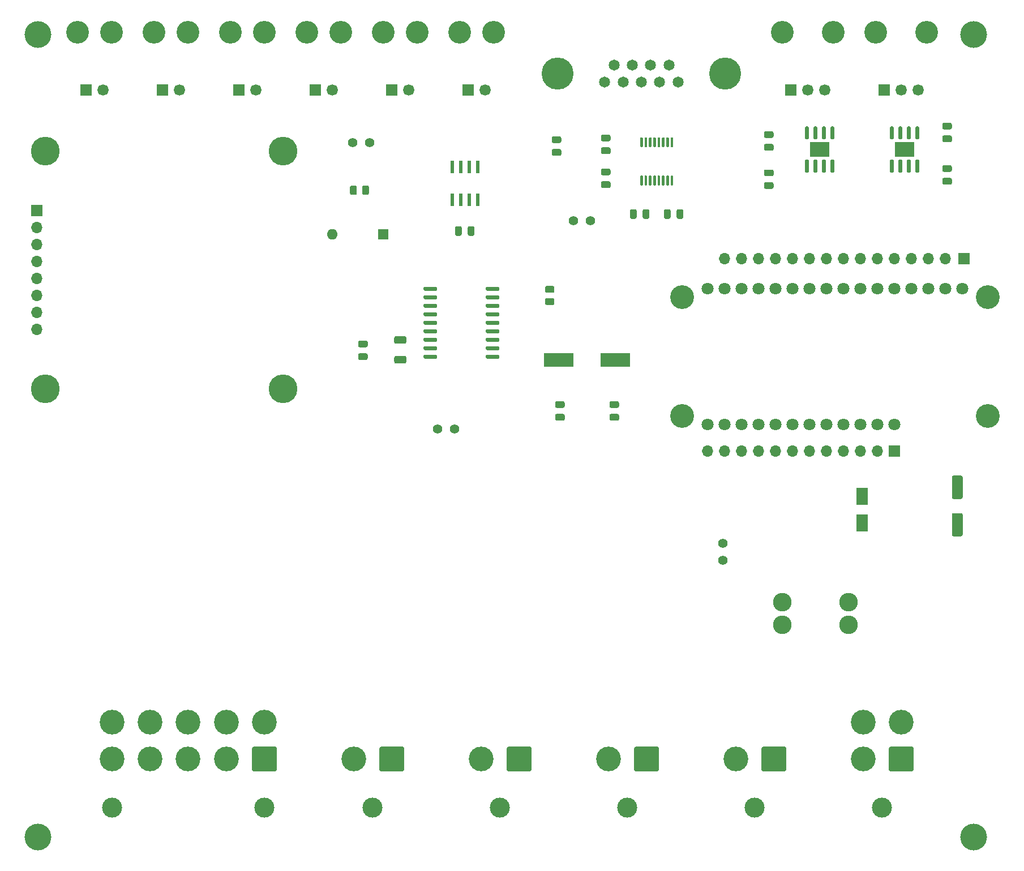
<source format=gts>
G04 #@! TF.GenerationSoftware,KiCad,Pcbnew,(5.1.9-0-10_14)*
G04 #@! TF.CreationDate,2021-03-21T13:51:25-07:00*
G04 #@! TF.ProjectId,telemetry-pcb,74656c65-6d65-4747-9279-2d7063622e6b,rev?*
G04 #@! TF.SameCoordinates,Original*
G04 #@! TF.FileFunction,Soldermask,Top*
G04 #@! TF.FilePolarity,Negative*
%FSLAX46Y46*%
G04 Gerber Fmt 4.6, Leading zero omitted, Abs format (unit mm)*
G04 Created by KiCad (PCBNEW (5.1.9-0-10_14)) date 2021-03-21 13:51:25*
%MOMM*%
%LPD*%
G01*
G04 APERTURE LIST*
%ADD10O,1.700000X1.700000*%
%ADD11R,1.700000X1.700000*%
%ADD12O,4.300000X4.300000*%
%ADD13C,4.300000*%
%ADD14O,1.600000X1.600000*%
%ADD15R,1.600000X1.600000*%
%ADD16C,1.800000*%
%ADD17C,3.556000*%
%ADD18R,4.500000X2.000000*%
%ADD19C,3.400000*%
%ADD20C,1.690000*%
%ADD21R,1.690000X1.690000*%
%ADD22C,4.800000*%
%ADD23C,1.650000*%
%ADD24C,3.000000*%
%ADD25C,3.700000*%
%ADD26R,3.000000X2.290000*%
%ADD27R,0.600000X1.970000*%
%ADD28C,4.000000*%
%ADD29C,2.780000*%
%ADD30C,1.400000*%
%ADD31R,1.800000X2.500000*%
G04 APERTURE END LIST*
D10*
X54864000Y-69088000D03*
X54864000Y-66548000D03*
X54864000Y-64008000D03*
X54864000Y-61468000D03*
X54864000Y-58928000D03*
X54864000Y-56388000D03*
X54864000Y-53848000D03*
D11*
X54864000Y-51308000D03*
D12*
X56134000Y-42418000D03*
D13*
X91694000Y-42418000D03*
D12*
X91694000Y-77978000D03*
X56134000Y-77978000D03*
D10*
X155192607Y-87319463D03*
X157732607Y-87319463D03*
X160272607Y-87319463D03*
X162812607Y-87319463D03*
X165352607Y-87319463D03*
X167892607Y-87319463D03*
X170432607Y-87319463D03*
X172972607Y-87319463D03*
X175512607Y-87319463D03*
X178052607Y-87319463D03*
X180592607Y-87319463D03*
D11*
X183132607Y-87319463D03*
D10*
X157735235Y-58506104D03*
X160275235Y-58506104D03*
X162815235Y-58506104D03*
X165355235Y-58506104D03*
X167895235Y-58506104D03*
X170435235Y-58506104D03*
X172975235Y-58506104D03*
X175515235Y-58506104D03*
X178055235Y-58506104D03*
X180595235Y-58506104D03*
X183135235Y-58506104D03*
X185675235Y-58506104D03*
X188215235Y-58506104D03*
X190755235Y-58506104D03*
D11*
X193513235Y-58506104D03*
D14*
X99060000Y-54864000D03*
D15*
X106680000Y-54864000D03*
D16*
X183134000Y-83312000D03*
X180594000Y-83312000D03*
X178054000Y-83312000D03*
X175514000Y-83312000D03*
X172974000Y-83312000D03*
X170434000Y-83312000D03*
X167894000Y-83312000D03*
X165354000Y-83312000D03*
X162814000Y-83312000D03*
X160274000Y-83312000D03*
X157734000Y-83312000D03*
X155194000Y-83312000D03*
X155194000Y-62992000D03*
X157734000Y-62992000D03*
X160274000Y-62992000D03*
X162814000Y-62992000D03*
X165354000Y-62992000D03*
X167894000Y-62992000D03*
X170434000Y-62992000D03*
X172974000Y-62992000D03*
X175514000Y-62992000D03*
X178054000Y-62992000D03*
X180594000Y-62992000D03*
X183134000Y-62992000D03*
X185674000Y-62992000D03*
X188214000Y-62992000D03*
X190754000Y-62992000D03*
X193294000Y-62992000D03*
D17*
X151384000Y-64262000D03*
X197104000Y-64262000D03*
X151384000Y-82042000D03*
X197104000Y-82042000D03*
D18*
X141410000Y-73660000D03*
X132910000Y-73660000D03*
D19*
X166370000Y-24605000D03*
X173990000Y-24605000D03*
D20*
X172720000Y-33245000D03*
X170180000Y-33245000D03*
D21*
X167640000Y-33245000D03*
D19*
X180340000Y-24605000D03*
X187960000Y-24605000D03*
D20*
X186690000Y-33245000D03*
X184150000Y-33245000D03*
D21*
X181610000Y-33245000D03*
D22*
X132788000Y-30850000D03*
X157788000Y-30850000D03*
D23*
X141178000Y-29580000D03*
X143918000Y-29580000D03*
X146658000Y-29580000D03*
X149398000Y-29580000D03*
X139808000Y-32120000D03*
X142548000Y-32120000D03*
X145288000Y-32120000D03*
X148028000Y-32120000D03*
X150768000Y-32120000D03*
D24*
X162250000Y-140650000D03*
D25*
X159400000Y-133350000D03*
G36*
G01*
X166950000Y-131750000D02*
X166950000Y-134950000D01*
G75*
G02*
X166700000Y-135200000I-250000J0D01*
G01*
X163500000Y-135200000D01*
G75*
G02*
X163250000Y-134950000I0J250000D01*
G01*
X163250000Y-131750000D01*
G75*
G02*
X163500000Y-131500000I250000J0D01*
G01*
X166700000Y-131500000D01*
G75*
G02*
X166950000Y-131750000I0J-250000D01*
G01*
G37*
D24*
X143200000Y-140650000D03*
D25*
X140350000Y-133350000D03*
G36*
G01*
X147900000Y-131750000D02*
X147900000Y-134950000D01*
G75*
G02*
X147650000Y-135200000I-250000J0D01*
G01*
X144450000Y-135200000D01*
G75*
G02*
X144200000Y-134950000I0J250000D01*
G01*
X144200000Y-131750000D01*
G75*
G02*
X144450000Y-131500000I250000J0D01*
G01*
X147650000Y-131500000D01*
G75*
G02*
X147900000Y-131750000I0J-250000D01*
G01*
G37*
D24*
X124150000Y-140650000D03*
D25*
X121300000Y-133350000D03*
G36*
G01*
X128850000Y-131750000D02*
X128850000Y-134950000D01*
G75*
G02*
X128600000Y-135200000I-250000J0D01*
G01*
X125400000Y-135200000D01*
G75*
G02*
X125150000Y-134950000I0J250000D01*
G01*
X125150000Y-131750000D01*
G75*
G02*
X125400000Y-131500000I250000J0D01*
G01*
X128600000Y-131500000D01*
G75*
G02*
X128850000Y-131750000I0J-250000D01*
G01*
G37*
D24*
X105100000Y-140650000D03*
D25*
X102250000Y-133350000D03*
G36*
G01*
X109800000Y-131750000D02*
X109800000Y-134950000D01*
G75*
G02*
X109550000Y-135200000I-250000J0D01*
G01*
X106350000Y-135200000D01*
G75*
G02*
X106100000Y-134950000I0J250000D01*
G01*
X106100000Y-131750000D01*
G75*
G02*
X106350000Y-131500000I250000J0D01*
G01*
X109550000Y-131500000D01*
G75*
G02*
X109800000Y-131750000I0J-250000D01*
G01*
G37*
G36*
G01*
X145399000Y-41817000D02*
X145199000Y-41817000D01*
G75*
G02*
X145099000Y-41717000I0J100000D01*
G01*
X145099000Y-40442000D01*
G75*
G02*
X145199000Y-40342000I100000J0D01*
G01*
X145399000Y-40342000D01*
G75*
G02*
X145499000Y-40442000I0J-100000D01*
G01*
X145499000Y-41717000D01*
G75*
G02*
X145399000Y-41817000I-100000J0D01*
G01*
G37*
G36*
G01*
X146049000Y-41817000D02*
X145849000Y-41817000D01*
G75*
G02*
X145749000Y-41717000I0J100000D01*
G01*
X145749000Y-40442000D01*
G75*
G02*
X145849000Y-40342000I100000J0D01*
G01*
X146049000Y-40342000D01*
G75*
G02*
X146149000Y-40442000I0J-100000D01*
G01*
X146149000Y-41717000D01*
G75*
G02*
X146049000Y-41817000I-100000J0D01*
G01*
G37*
G36*
G01*
X146699000Y-41817000D02*
X146499000Y-41817000D01*
G75*
G02*
X146399000Y-41717000I0J100000D01*
G01*
X146399000Y-40442000D01*
G75*
G02*
X146499000Y-40342000I100000J0D01*
G01*
X146699000Y-40342000D01*
G75*
G02*
X146799000Y-40442000I0J-100000D01*
G01*
X146799000Y-41717000D01*
G75*
G02*
X146699000Y-41817000I-100000J0D01*
G01*
G37*
G36*
G01*
X147349000Y-41817000D02*
X147149000Y-41817000D01*
G75*
G02*
X147049000Y-41717000I0J100000D01*
G01*
X147049000Y-40442000D01*
G75*
G02*
X147149000Y-40342000I100000J0D01*
G01*
X147349000Y-40342000D01*
G75*
G02*
X147449000Y-40442000I0J-100000D01*
G01*
X147449000Y-41717000D01*
G75*
G02*
X147349000Y-41817000I-100000J0D01*
G01*
G37*
G36*
G01*
X147999000Y-41817000D02*
X147799000Y-41817000D01*
G75*
G02*
X147699000Y-41717000I0J100000D01*
G01*
X147699000Y-40442000D01*
G75*
G02*
X147799000Y-40342000I100000J0D01*
G01*
X147999000Y-40342000D01*
G75*
G02*
X148099000Y-40442000I0J-100000D01*
G01*
X148099000Y-41717000D01*
G75*
G02*
X147999000Y-41817000I-100000J0D01*
G01*
G37*
G36*
G01*
X148649000Y-41817000D02*
X148449000Y-41817000D01*
G75*
G02*
X148349000Y-41717000I0J100000D01*
G01*
X148349000Y-40442000D01*
G75*
G02*
X148449000Y-40342000I100000J0D01*
G01*
X148649000Y-40342000D01*
G75*
G02*
X148749000Y-40442000I0J-100000D01*
G01*
X148749000Y-41717000D01*
G75*
G02*
X148649000Y-41817000I-100000J0D01*
G01*
G37*
G36*
G01*
X149299000Y-41817000D02*
X149099000Y-41817000D01*
G75*
G02*
X148999000Y-41717000I0J100000D01*
G01*
X148999000Y-40442000D01*
G75*
G02*
X149099000Y-40342000I100000J0D01*
G01*
X149299000Y-40342000D01*
G75*
G02*
X149399000Y-40442000I0J-100000D01*
G01*
X149399000Y-41717000D01*
G75*
G02*
X149299000Y-41817000I-100000J0D01*
G01*
G37*
G36*
G01*
X149949000Y-41817000D02*
X149749000Y-41817000D01*
G75*
G02*
X149649000Y-41717000I0J100000D01*
G01*
X149649000Y-40442000D01*
G75*
G02*
X149749000Y-40342000I100000J0D01*
G01*
X149949000Y-40342000D01*
G75*
G02*
X150049000Y-40442000I0J-100000D01*
G01*
X150049000Y-41717000D01*
G75*
G02*
X149949000Y-41817000I-100000J0D01*
G01*
G37*
G36*
G01*
X149949000Y-47542000D02*
X149749000Y-47542000D01*
G75*
G02*
X149649000Y-47442000I0J100000D01*
G01*
X149649000Y-46167000D01*
G75*
G02*
X149749000Y-46067000I100000J0D01*
G01*
X149949000Y-46067000D01*
G75*
G02*
X150049000Y-46167000I0J-100000D01*
G01*
X150049000Y-47442000D01*
G75*
G02*
X149949000Y-47542000I-100000J0D01*
G01*
G37*
G36*
G01*
X149299000Y-47542000D02*
X149099000Y-47542000D01*
G75*
G02*
X148999000Y-47442000I0J100000D01*
G01*
X148999000Y-46167000D01*
G75*
G02*
X149099000Y-46067000I100000J0D01*
G01*
X149299000Y-46067000D01*
G75*
G02*
X149399000Y-46167000I0J-100000D01*
G01*
X149399000Y-47442000D01*
G75*
G02*
X149299000Y-47542000I-100000J0D01*
G01*
G37*
G36*
G01*
X148649000Y-47542000D02*
X148449000Y-47542000D01*
G75*
G02*
X148349000Y-47442000I0J100000D01*
G01*
X148349000Y-46167000D01*
G75*
G02*
X148449000Y-46067000I100000J0D01*
G01*
X148649000Y-46067000D01*
G75*
G02*
X148749000Y-46167000I0J-100000D01*
G01*
X148749000Y-47442000D01*
G75*
G02*
X148649000Y-47542000I-100000J0D01*
G01*
G37*
G36*
G01*
X147999000Y-47542000D02*
X147799000Y-47542000D01*
G75*
G02*
X147699000Y-47442000I0J100000D01*
G01*
X147699000Y-46167000D01*
G75*
G02*
X147799000Y-46067000I100000J0D01*
G01*
X147999000Y-46067000D01*
G75*
G02*
X148099000Y-46167000I0J-100000D01*
G01*
X148099000Y-47442000D01*
G75*
G02*
X147999000Y-47542000I-100000J0D01*
G01*
G37*
G36*
G01*
X147349000Y-47542000D02*
X147149000Y-47542000D01*
G75*
G02*
X147049000Y-47442000I0J100000D01*
G01*
X147049000Y-46167000D01*
G75*
G02*
X147149000Y-46067000I100000J0D01*
G01*
X147349000Y-46067000D01*
G75*
G02*
X147449000Y-46167000I0J-100000D01*
G01*
X147449000Y-47442000D01*
G75*
G02*
X147349000Y-47542000I-100000J0D01*
G01*
G37*
G36*
G01*
X146699000Y-47542000D02*
X146499000Y-47542000D01*
G75*
G02*
X146399000Y-47442000I0J100000D01*
G01*
X146399000Y-46167000D01*
G75*
G02*
X146499000Y-46067000I100000J0D01*
G01*
X146699000Y-46067000D01*
G75*
G02*
X146799000Y-46167000I0J-100000D01*
G01*
X146799000Y-47442000D01*
G75*
G02*
X146699000Y-47542000I-100000J0D01*
G01*
G37*
G36*
G01*
X146049000Y-47542000D02*
X145849000Y-47542000D01*
G75*
G02*
X145749000Y-47442000I0J100000D01*
G01*
X145749000Y-46167000D01*
G75*
G02*
X145849000Y-46067000I100000J0D01*
G01*
X146049000Y-46067000D01*
G75*
G02*
X146149000Y-46167000I0J-100000D01*
G01*
X146149000Y-47442000D01*
G75*
G02*
X146049000Y-47542000I-100000J0D01*
G01*
G37*
G36*
G01*
X145399000Y-47542000D02*
X145199000Y-47542000D01*
G75*
G02*
X145099000Y-47442000I0J100000D01*
G01*
X145099000Y-46167000D01*
G75*
G02*
X145199000Y-46067000I100000J0D01*
G01*
X145399000Y-46067000D01*
G75*
G02*
X145499000Y-46167000I0J-100000D01*
G01*
X145499000Y-47442000D01*
G75*
G02*
X145399000Y-47542000I-100000J0D01*
G01*
G37*
D26*
X171958000Y-42164000D03*
G36*
G01*
X173713000Y-43664000D02*
X174013000Y-43664000D01*
G75*
G02*
X174163000Y-43814000I0J-150000D01*
G01*
X174163000Y-45464000D01*
G75*
G02*
X174013000Y-45614000I-150000J0D01*
G01*
X173713000Y-45614000D01*
G75*
G02*
X173563000Y-45464000I0J150000D01*
G01*
X173563000Y-43814000D01*
G75*
G02*
X173713000Y-43664000I150000J0D01*
G01*
G37*
G36*
G01*
X172443000Y-43664000D02*
X172743000Y-43664000D01*
G75*
G02*
X172893000Y-43814000I0J-150000D01*
G01*
X172893000Y-45464000D01*
G75*
G02*
X172743000Y-45614000I-150000J0D01*
G01*
X172443000Y-45614000D01*
G75*
G02*
X172293000Y-45464000I0J150000D01*
G01*
X172293000Y-43814000D01*
G75*
G02*
X172443000Y-43664000I150000J0D01*
G01*
G37*
G36*
G01*
X171173000Y-43664000D02*
X171473000Y-43664000D01*
G75*
G02*
X171623000Y-43814000I0J-150000D01*
G01*
X171623000Y-45464000D01*
G75*
G02*
X171473000Y-45614000I-150000J0D01*
G01*
X171173000Y-45614000D01*
G75*
G02*
X171023000Y-45464000I0J150000D01*
G01*
X171023000Y-43814000D01*
G75*
G02*
X171173000Y-43664000I150000J0D01*
G01*
G37*
G36*
G01*
X169903000Y-43664000D02*
X170203000Y-43664000D01*
G75*
G02*
X170353000Y-43814000I0J-150000D01*
G01*
X170353000Y-45464000D01*
G75*
G02*
X170203000Y-45614000I-150000J0D01*
G01*
X169903000Y-45614000D01*
G75*
G02*
X169753000Y-45464000I0J150000D01*
G01*
X169753000Y-43814000D01*
G75*
G02*
X169903000Y-43664000I150000J0D01*
G01*
G37*
G36*
G01*
X169903000Y-38714000D02*
X170203000Y-38714000D01*
G75*
G02*
X170353000Y-38864000I0J-150000D01*
G01*
X170353000Y-40514000D01*
G75*
G02*
X170203000Y-40664000I-150000J0D01*
G01*
X169903000Y-40664000D01*
G75*
G02*
X169753000Y-40514000I0J150000D01*
G01*
X169753000Y-38864000D01*
G75*
G02*
X169903000Y-38714000I150000J0D01*
G01*
G37*
G36*
G01*
X171173000Y-38714000D02*
X171473000Y-38714000D01*
G75*
G02*
X171623000Y-38864000I0J-150000D01*
G01*
X171623000Y-40514000D01*
G75*
G02*
X171473000Y-40664000I-150000J0D01*
G01*
X171173000Y-40664000D01*
G75*
G02*
X171023000Y-40514000I0J150000D01*
G01*
X171023000Y-38864000D01*
G75*
G02*
X171173000Y-38714000I150000J0D01*
G01*
G37*
G36*
G01*
X172443000Y-38714000D02*
X172743000Y-38714000D01*
G75*
G02*
X172893000Y-38864000I0J-150000D01*
G01*
X172893000Y-40514000D01*
G75*
G02*
X172743000Y-40664000I-150000J0D01*
G01*
X172443000Y-40664000D01*
G75*
G02*
X172293000Y-40514000I0J150000D01*
G01*
X172293000Y-38864000D01*
G75*
G02*
X172443000Y-38714000I150000J0D01*
G01*
G37*
G36*
G01*
X173713000Y-38714000D02*
X174013000Y-38714000D01*
G75*
G02*
X174163000Y-38864000I0J-150000D01*
G01*
X174163000Y-40514000D01*
G75*
G02*
X174013000Y-40664000I-150000J0D01*
G01*
X173713000Y-40664000D01*
G75*
G02*
X173563000Y-40514000I0J150000D01*
G01*
X173563000Y-38864000D01*
G75*
G02*
X173713000Y-38714000I150000J0D01*
G01*
G37*
X184658000Y-42164000D03*
G36*
G01*
X186413000Y-43664000D02*
X186713000Y-43664000D01*
G75*
G02*
X186863000Y-43814000I0J-150000D01*
G01*
X186863000Y-45464000D01*
G75*
G02*
X186713000Y-45614000I-150000J0D01*
G01*
X186413000Y-45614000D01*
G75*
G02*
X186263000Y-45464000I0J150000D01*
G01*
X186263000Y-43814000D01*
G75*
G02*
X186413000Y-43664000I150000J0D01*
G01*
G37*
G36*
G01*
X185143000Y-43664000D02*
X185443000Y-43664000D01*
G75*
G02*
X185593000Y-43814000I0J-150000D01*
G01*
X185593000Y-45464000D01*
G75*
G02*
X185443000Y-45614000I-150000J0D01*
G01*
X185143000Y-45614000D01*
G75*
G02*
X184993000Y-45464000I0J150000D01*
G01*
X184993000Y-43814000D01*
G75*
G02*
X185143000Y-43664000I150000J0D01*
G01*
G37*
G36*
G01*
X183873000Y-43664000D02*
X184173000Y-43664000D01*
G75*
G02*
X184323000Y-43814000I0J-150000D01*
G01*
X184323000Y-45464000D01*
G75*
G02*
X184173000Y-45614000I-150000J0D01*
G01*
X183873000Y-45614000D01*
G75*
G02*
X183723000Y-45464000I0J150000D01*
G01*
X183723000Y-43814000D01*
G75*
G02*
X183873000Y-43664000I150000J0D01*
G01*
G37*
G36*
G01*
X182603000Y-43664000D02*
X182903000Y-43664000D01*
G75*
G02*
X183053000Y-43814000I0J-150000D01*
G01*
X183053000Y-45464000D01*
G75*
G02*
X182903000Y-45614000I-150000J0D01*
G01*
X182603000Y-45614000D01*
G75*
G02*
X182453000Y-45464000I0J150000D01*
G01*
X182453000Y-43814000D01*
G75*
G02*
X182603000Y-43664000I150000J0D01*
G01*
G37*
G36*
G01*
X182603000Y-38714000D02*
X182903000Y-38714000D01*
G75*
G02*
X183053000Y-38864000I0J-150000D01*
G01*
X183053000Y-40514000D01*
G75*
G02*
X182903000Y-40664000I-150000J0D01*
G01*
X182603000Y-40664000D01*
G75*
G02*
X182453000Y-40514000I0J150000D01*
G01*
X182453000Y-38864000D01*
G75*
G02*
X182603000Y-38714000I150000J0D01*
G01*
G37*
G36*
G01*
X183873000Y-38714000D02*
X184173000Y-38714000D01*
G75*
G02*
X184323000Y-38864000I0J-150000D01*
G01*
X184323000Y-40514000D01*
G75*
G02*
X184173000Y-40664000I-150000J0D01*
G01*
X183873000Y-40664000D01*
G75*
G02*
X183723000Y-40514000I0J150000D01*
G01*
X183723000Y-38864000D01*
G75*
G02*
X183873000Y-38714000I150000J0D01*
G01*
G37*
G36*
G01*
X185143000Y-38714000D02*
X185443000Y-38714000D01*
G75*
G02*
X185593000Y-38864000I0J-150000D01*
G01*
X185593000Y-40514000D01*
G75*
G02*
X185443000Y-40664000I-150000J0D01*
G01*
X185143000Y-40664000D01*
G75*
G02*
X184993000Y-40514000I0J150000D01*
G01*
X184993000Y-38864000D01*
G75*
G02*
X185143000Y-38714000I150000J0D01*
G01*
G37*
G36*
G01*
X186413000Y-38714000D02*
X186713000Y-38714000D01*
G75*
G02*
X186863000Y-38864000I0J-150000D01*
G01*
X186863000Y-40514000D01*
G75*
G02*
X186713000Y-40664000I-150000J0D01*
G01*
X186413000Y-40664000D01*
G75*
G02*
X186263000Y-40514000I0J150000D01*
G01*
X186263000Y-38864000D01*
G75*
G02*
X186413000Y-38714000I150000J0D01*
G01*
G37*
G36*
G01*
X132022001Y-63608000D02*
X131121999Y-63608000D01*
G75*
G02*
X130872000Y-63358001I0J249999D01*
G01*
X130872000Y-62832999D01*
G75*
G02*
X131121999Y-62583000I249999J0D01*
G01*
X132022001Y-62583000D01*
G75*
G02*
X132272000Y-62832999I0J-249999D01*
G01*
X132272000Y-63358001D01*
G75*
G02*
X132022001Y-63608000I-249999J0D01*
G01*
G37*
G36*
G01*
X132022001Y-65433000D02*
X131121999Y-65433000D01*
G75*
G02*
X130872000Y-65183001I0J249999D01*
G01*
X130872000Y-64657999D01*
G75*
G02*
X131121999Y-64408000I249999J0D01*
G01*
X132022001Y-64408000D01*
G75*
G02*
X132272000Y-64657999I0J-249999D01*
G01*
X132272000Y-65183001D01*
G75*
G02*
X132022001Y-65433000I-249999J0D01*
G01*
G37*
G36*
G01*
X121989000Y-63142000D02*
X121989000Y-62842000D01*
G75*
G02*
X122139000Y-62692000I150000J0D01*
G01*
X123889000Y-62692000D01*
G75*
G02*
X124039000Y-62842000I0J-150000D01*
G01*
X124039000Y-63142000D01*
G75*
G02*
X123889000Y-63292000I-150000J0D01*
G01*
X122139000Y-63292000D01*
G75*
G02*
X121989000Y-63142000I0J150000D01*
G01*
G37*
G36*
G01*
X121989000Y-64412000D02*
X121989000Y-64112000D01*
G75*
G02*
X122139000Y-63962000I150000J0D01*
G01*
X123889000Y-63962000D01*
G75*
G02*
X124039000Y-64112000I0J-150000D01*
G01*
X124039000Y-64412000D01*
G75*
G02*
X123889000Y-64562000I-150000J0D01*
G01*
X122139000Y-64562000D01*
G75*
G02*
X121989000Y-64412000I0J150000D01*
G01*
G37*
G36*
G01*
X121989000Y-65682000D02*
X121989000Y-65382000D01*
G75*
G02*
X122139000Y-65232000I150000J0D01*
G01*
X123889000Y-65232000D01*
G75*
G02*
X124039000Y-65382000I0J-150000D01*
G01*
X124039000Y-65682000D01*
G75*
G02*
X123889000Y-65832000I-150000J0D01*
G01*
X122139000Y-65832000D01*
G75*
G02*
X121989000Y-65682000I0J150000D01*
G01*
G37*
G36*
G01*
X121989000Y-66952000D02*
X121989000Y-66652000D01*
G75*
G02*
X122139000Y-66502000I150000J0D01*
G01*
X123889000Y-66502000D01*
G75*
G02*
X124039000Y-66652000I0J-150000D01*
G01*
X124039000Y-66952000D01*
G75*
G02*
X123889000Y-67102000I-150000J0D01*
G01*
X122139000Y-67102000D01*
G75*
G02*
X121989000Y-66952000I0J150000D01*
G01*
G37*
G36*
G01*
X121989000Y-68222000D02*
X121989000Y-67922000D01*
G75*
G02*
X122139000Y-67772000I150000J0D01*
G01*
X123889000Y-67772000D01*
G75*
G02*
X124039000Y-67922000I0J-150000D01*
G01*
X124039000Y-68222000D01*
G75*
G02*
X123889000Y-68372000I-150000J0D01*
G01*
X122139000Y-68372000D01*
G75*
G02*
X121989000Y-68222000I0J150000D01*
G01*
G37*
G36*
G01*
X121989000Y-69492000D02*
X121989000Y-69192000D01*
G75*
G02*
X122139000Y-69042000I150000J0D01*
G01*
X123889000Y-69042000D01*
G75*
G02*
X124039000Y-69192000I0J-150000D01*
G01*
X124039000Y-69492000D01*
G75*
G02*
X123889000Y-69642000I-150000J0D01*
G01*
X122139000Y-69642000D01*
G75*
G02*
X121989000Y-69492000I0J150000D01*
G01*
G37*
G36*
G01*
X121989000Y-70762000D02*
X121989000Y-70462000D01*
G75*
G02*
X122139000Y-70312000I150000J0D01*
G01*
X123889000Y-70312000D01*
G75*
G02*
X124039000Y-70462000I0J-150000D01*
G01*
X124039000Y-70762000D01*
G75*
G02*
X123889000Y-70912000I-150000J0D01*
G01*
X122139000Y-70912000D01*
G75*
G02*
X121989000Y-70762000I0J150000D01*
G01*
G37*
G36*
G01*
X121989000Y-72032000D02*
X121989000Y-71732000D01*
G75*
G02*
X122139000Y-71582000I150000J0D01*
G01*
X123889000Y-71582000D01*
G75*
G02*
X124039000Y-71732000I0J-150000D01*
G01*
X124039000Y-72032000D01*
G75*
G02*
X123889000Y-72182000I-150000J0D01*
G01*
X122139000Y-72182000D01*
G75*
G02*
X121989000Y-72032000I0J150000D01*
G01*
G37*
G36*
G01*
X121989000Y-73302000D02*
X121989000Y-73002000D01*
G75*
G02*
X122139000Y-72852000I150000J0D01*
G01*
X123889000Y-72852000D01*
G75*
G02*
X124039000Y-73002000I0J-150000D01*
G01*
X124039000Y-73302000D01*
G75*
G02*
X123889000Y-73452000I-150000J0D01*
G01*
X122139000Y-73452000D01*
G75*
G02*
X121989000Y-73302000I0J150000D01*
G01*
G37*
G36*
G01*
X112689000Y-73302000D02*
X112689000Y-73002000D01*
G75*
G02*
X112839000Y-72852000I150000J0D01*
G01*
X114589000Y-72852000D01*
G75*
G02*
X114739000Y-73002000I0J-150000D01*
G01*
X114739000Y-73302000D01*
G75*
G02*
X114589000Y-73452000I-150000J0D01*
G01*
X112839000Y-73452000D01*
G75*
G02*
X112689000Y-73302000I0J150000D01*
G01*
G37*
G36*
G01*
X112689000Y-72032000D02*
X112689000Y-71732000D01*
G75*
G02*
X112839000Y-71582000I150000J0D01*
G01*
X114589000Y-71582000D01*
G75*
G02*
X114739000Y-71732000I0J-150000D01*
G01*
X114739000Y-72032000D01*
G75*
G02*
X114589000Y-72182000I-150000J0D01*
G01*
X112839000Y-72182000D01*
G75*
G02*
X112689000Y-72032000I0J150000D01*
G01*
G37*
G36*
G01*
X112689000Y-70762000D02*
X112689000Y-70462000D01*
G75*
G02*
X112839000Y-70312000I150000J0D01*
G01*
X114589000Y-70312000D01*
G75*
G02*
X114739000Y-70462000I0J-150000D01*
G01*
X114739000Y-70762000D01*
G75*
G02*
X114589000Y-70912000I-150000J0D01*
G01*
X112839000Y-70912000D01*
G75*
G02*
X112689000Y-70762000I0J150000D01*
G01*
G37*
G36*
G01*
X112689000Y-69492000D02*
X112689000Y-69192000D01*
G75*
G02*
X112839000Y-69042000I150000J0D01*
G01*
X114589000Y-69042000D01*
G75*
G02*
X114739000Y-69192000I0J-150000D01*
G01*
X114739000Y-69492000D01*
G75*
G02*
X114589000Y-69642000I-150000J0D01*
G01*
X112839000Y-69642000D01*
G75*
G02*
X112689000Y-69492000I0J150000D01*
G01*
G37*
G36*
G01*
X112689000Y-68222000D02*
X112689000Y-67922000D01*
G75*
G02*
X112839000Y-67772000I150000J0D01*
G01*
X114589000Y-67772000D01*
G75*
G02*
X114739000Y-67922000I0J-150000D01*
G01*
X114739000Y-68222000D01*
G75*
G02*
X114589000Y-68372000I-150000J0D01*
G01*
X112839000Y-68372000D01*
G75*
G02*
X112689000Y-68222000I0J150000D01*
G01*
G37*
G36*
G01*
X112689000Y-66952000D02*
X112689000Y-66652000D01*
G75*
G02*
X112839000Y-66502000I150000J0D01*
G01*
X114589000Y-66502000D01*
G75*
G02*
X114739000Y-66652000I0J-150000D01*
G01*
X114739000Y-66952000D01*
G75*
G02*
X114589000Y-67102000I-150000J0D01*
G01*
X112839000Y-67102000D01*
G75*
G02*
X112689000Y-66952000I0J150000D01*
G01*
G37*
G36*
G01*
X112689000Y-65682000D02*
X112689000Y-65382000D01*
G75*
G02*
X112839000Y-65232000I150000J0D01*
G01*
X114589000Y-65232000D01*
G75*
G02*
X114739000Y-65382000I0J-150000D01*
G01*
X114739000Y-65682000D01*
G75*
G02*
X114589000Y-65832000I-150000J0D01*
G01*
X112839000Y-65832000D01*
G75*
G02*
X112689000Y-65682000I0J150000D01*
G01*
G37*
G36*
G01*
X112689000Y-64412000D02*
X112689000Y-64112000D01*
G75*
G02*
X112839000Y-63962000I150000J0D01*
G01*
X114589000Y-63962000D01*
G75*
G02*
X114739000Y-64112000I0J-150000D01*
G01*
X114739000Y-64412000D01*
G75*
G02*
X114589000Y-64562000I-150000J0D01*
G01*
X112839000Y-64562000D01*
G75*
G02*
X112689000Y-64412000I0J150000D01*
G01*
G37*
G36*
G01*
X112689000Y-63142000D02*
X112689000Y-62842000D01*
G75*
G02*
X112839000Y-62692000I150000J0D01*
G01*
X114589000Y-62692000D01*
G75*
G02*
X114739000Y-62842000I0J-150000D01*
G01*
X114739000Y-63142000D01*
G75*
G02*
X114589000Y-63292000I-150000J0D01*
G01*
X112839000Y-63292000D01*
G75*
G02*
X112689000Y-63142000I0J150000D01*
G01*
G37*
D27*
X116967000Y-44774000D03*
X118237000Y-44774000D03*
X119507000Y-44774000D03*
X120777000Y-44774000D03*
X120777000Y-49714000D03*
X119507000Y-49714000D03*
X118237000Y-49714000D03*
X116967000Y-49714000D03*
G36*
G01*
X132113000Y-42106000D02*
X133063000Y-42106000D01*
G75*
G02*
X133313000Y-42356000I0J-250000D01*
G01*
X133313000Y-42856000D01*
G75*
G02*
X133063000Y-43106000I-250000J0D01*
G01*
X132113000Y-43106000D01*
G75*
G02*
X131863000Y-42856000I0J250000D01*
G01*
X131863000Y-42356000D01*
G75*
G02*
X132113000Y-42106000I250000J0D01*
G01*
G37*
G36*
G01*
X132113000Y-40206000D02*
X133063000Y-40206000D01*
G75*
G02*
X133313000Y-40456000I0J-250000D01*
G01*
X133313000Y-40956000D01*
G75*
G02*
X133063000Y-41206000I-250000J0D01*
G01*
X132113000Y-41206000D01*
G75*
G02*
X131863000Y-40956000I0J250000D01*
G01*
X131863000Y-40456000D01*
G75*
G02*
X132113000Y-40206000I250000J0D01*
G01*
G37*
G36*
G01*
X193082000Y-94454000D02*
X191982000Y-94454000D01*
G75*
G02*
X191732000Y-94204000I0J250000D01*
G01*
X191732000Y-91204000D01*
G75*
G02*
X191982000Y-90954000I250000J0D01*
G01*
X193082000Y-90954000D01*
G75*
G02*
X193332000Y-91204000I0J-250000D01*
G01*
X193332000Y-94204000D01*
G75*
G02*
X193082000Y-94454000I-250000J0D01*
G01*
G37*
G36*
G01*
X193082000Y-100054000D02*
X191982000Y-100054000D01*
G75*
G02*
X191732000Y-99804000I0J250000D01*
G01*
X191732000Y-96804000D01*
G75*
G02*
X191982000Y-96554000I250000J0D01*
G01*
X193082000Y-96554000D01*
G75*
G02*
X193332000Y-96804000I0J-250000D01*
G01*
X193332000Y-99804000D01*
G75*
G02*
X193082000Y-100054000I-250000J0D01*
G01*
G37*
G36*
G01*
X109870001Y-71236000D02*
X108569999Y-71236000D01*
G75*
G02*
X108320000Y-70986001I0J249999D01*
G01*
X108320000Y-70335999D01*
G75*
G02*
X108569999Y-70086000I249999J0D01*
G01*
X109870001Y-70086000D01*
G75*
G02*
X110120000Y-70335999I0J-249999D01*
G01*
X110120000Y-70986001D01*
G75*
G02*
X109870001Y-71236000I-249999J0D01*
G01*
G37*
G36*
G01*
X109870001Y-74186000D02*
X108569999Y-74186000D01*
G75*
G02*
X108320000Y-73936001I0J249999D01*
G01*
X108320000Y-73285999D01*
G75*
G02*
X108569999Y-73036000I249999J0D01*
G01*
X109870001Y-73036000D01*
G75*
G02*
X110120000Y-73285999I0J-249999D01*
G01*
X110120000Y-73936001D01*
G75*
G02*
X109870001Y-74186000I-249999J0D01*
G01*
G37*
G36*
G01*
X140749000Y-81730000D02*
X141699000Y-81730000D01*
G75*
G02*
X141949000Y-81980000I0J-250000D01*
G01*
X141949000Y-82480000D01*
G75*
G02*
X141699000Y-82730000I-250000J0D01*
G01*
X140749000Y-82730000D01*
G75*
G02*
X140499000Y-82480000I0J250000D01*
G01*
X140499000Y-81980000D01*
G75*
G02*
X140749000Y-81730000I250000J0D01*
G01*
G37*
G36*
G01*
X140749000Y-79830000D02*
X141699000Y-79830000D01*
G75*
G02*
X141949000Y-80080000I0J-250000D01*
G01*
X141949000Y-80580000D01*
G75*
G02*
X141699000Y-80830000I-250000J0D01*
G01*
X140749000Y-80830000D01*
G75*
G02*
X140499000Y-80580000I0J250000D01*
G01*
X140499000Y-80080000D01*
G75*
G02*
X140749000Y-79830000I250000J0D01*
G01*
G37*
G36*
G01*
X132621000Y-81730000D02*
X133571000Y-81730000D01*
G75*
G02*
X133821000Y-81980000I0J-250000D01*
G01*
X133821000Y-82480000D01*
G75*
G02*
X133571000Y-82730000I-250000J0D01*
G01*
X132621000Y-82730000D01*
G75*
G02*
X132371000Y-82480000I0J250000D01*
G01*
X132371000Y-81980000D01*
G75*
G02*
X132621000Y-81730000I250000J0D01*
G01*
G37*
G36*
G01*
X132621000Y-79830000D02*
X133571000Y-79830000D01*
G75*
G02*
X133821000Y-80080000I0J-250000D01*
G01*
X133821000Y-80580000D01*
G75*
G02*
X133571000Y-80830000I-250000J0D01*
G01*
X132621000Y-80830000D01*
G75*
G02*
X132371000Y-80580000I0J250000D01*
G01*
X132371000Y-80080000D01*
G75*
G02*
X132621000Y-79830000I250000J0D01*
G01*
G37*
G36*
G01*
X119322000Y-54831000D02*
X119322000Y-53881000D01*
G75*
G02*
X119572000Y-53631000I250000J0D01*
G01*
X120072000Y-53631000D01*
G75*
G02*
X120322000Y-53881000I0J-250000D01*
G01*
X120322000Y-54831000D01*
G75*
G02*
X120072000Y-55081000I-250000J0D01*
G01*
X119572000Y-55081000D01*
G75*
G02*
X119322000Y-54831000I0J250000D01*
G01*
G37*
G36*
G01*
X117422000Y-54831000D02*
X117422000Y-53881000D01*
G75*
G02*
X117672000Y-53631000I250000J0D01*
G01*
X118172000Y-53631000D01*
G75*
G02*
X118422000Y-53881000I0J-250000D01*
G01*
X118422000Y-54831000D01*
G75*
G02*
X118172000Y-55081000I-250000J0D01*
G01*
X117672000Y-55081000D01*
G75*
G02*
X117422000Y-54831000I0J250000D01*
G01*
G37*
G36*
G01*
X103157000Y-72652000D02*
X104107000Y-72652000D01*
G75*
G02*
X104357000Y-72902000I0J-250000D01*
G01*
X104357000Y-73402000D01*
G75*
G02*
X104107000Y-73652000I-250000J0D01*
G01*
X103157000Y-73652000D01*
G75*
G02*
X102907000Y-73402000I0J250000D01*
G01*
X102907000Y-72902000D01*
G75*
G02*
X103157000Y-72652000I250000J0D01*
G01*
G37*
G36*
G01*
X103157000Y-70752000D02*
X104107000Y-70752000D01*
G75*
G02*
X104357000Y-71002000I0J-250000D01*
G01*
X104357000Y-71502000D01*
G75*
G02*
X104107000Y-71752000I-250000J0D01*
G01*
X103157000Y-71752000D01*
G75*
G02*
X102907000Y-71502000I0J250000D01*
G01*
X102907000Y-71002000D01*
G75*
G02*
X103157000Y-70752000I250000J0D01*
G01*
G37*
D19*
X60960000Y-24605000D03*
X66040000Y-24605000D03*
D20*
X64770000Y-33245000D03*
D21*
X62230000Y-33245000D03*
D19*
X72390000Y-24605000D03*
X77470000Y-24605000D03*
D20*
X76200000Y-33245000D03*
D21*
X73660000Y-33245000D03*
D19*
X83820000Y-24605000D03*
X88900000Y-24605000D03*
D20*
X87630000Y-33245000D03*
D21*
X85090000Y-33245000D03*
D19*
X106680000Y-24605000D03*
X111760000Y-24605000D03*
D20*
X110490000Y-33245000D03*
D21*
X107950000Y-33245000D03*
D19*
X118110000Y-24605000D03*
X123190000Y-24605000D03*
D20*
X121920000Y-33245000D03*
D21*
X119380000Y-33245000D03*
D19*
X95250000Y-24605000D03*
X100330000Y-24605000D03*
D20*
X99060000Y-33245000D03*
D21*
X96520000Y-33245000D03*
D28*
X195000000Y-145000000D03*
X195000000Y-25000000D03*
X55000000Y-145000000D03*
X55000000Y-25000000D03*
D24*
X66100000Y-140650000D03*
X88900000Y-140650000D03*
D25*
X66100000Y-127850000D03*
X71800000Y-127850000D03*
X77500000Y-127850000D03*
X83200000Y-127850000D03*
X88900000Y-127850000D03*
X66100000Y-133350000D03*
X71800000Y-133350000D03*
X77500000Y-133350000D03*
X83200000Y-133350000D03*
G36*
G01*
X90750000Y-131750000D02*
X90750000Y-134950000D01*
G75*
G02*
X90500000Y-135200000I-250000J0D01*
G01*
X87300000Y-135200000D01*
G75*
G02*
X87050000Y-134950000I0J250000D01*
G01*
X87050000Y-131750000D01*
G75*
G02*
X87300000Y-131500000I250000J0D01*
G01*
X90500000Y-131500000D01*
G75*
G02*
X90750000Y-131750000I0J-250000D01*
G01*
G37*
D29*
X166356000Y-109884000D03*
X166356000Y-113284000D03*
X176276000Y-109884000D03*
X176276000Y-113284000D03*
D24*
X181300000Y-140650000D03*
D25*
X178450000Y-127850000D03*
X184150000Y-127850000D03*
X178450000Y-133350000D03*
G36*
G01*
X186000000Y-131750000D02*
X186000000Y-134950000D01*
G75*
G02*
X185750000Y-135200000I-250000J0D01*
G01*
X182550000Y-135200000D01*
G75*
G02*
X182300000Y-134950000I0J250000D01*
G01*
X182300000Y-131750000D01*
G75*
G02*
X182550000Y-131500000I250000J0D01*
G01*
X185750000Y-131500000D01*
G75*
G02*
X186000000Y-131750000I0J-250000D01*
G01*
G37*
D30*
X137668000Y-52832000D03*
X135128000Y-52832000D03*
X104648000Y-41148000D03*
X102108000Y-41148000D03*
X117348000Y-83947000D03*
X114808000Y-83947000D03*
X157480000Y-101092000D03*
X157480000Y-103632000D03*
G36*
G01*
X103524000Y-48710001D02*
X103524000Y-47809999D01*
G75*
G02*
X103773999Y-47560000I249999J0D01*
G01*
X104299001Y-47560000D01*
G75*
G02*
X104549000Y-47809999I0J-249999D01*
G01*
X104549000Y-48710001D01*
G75*
G02*
X104299001Y-48960000I-249999J0D01*
G01*
X103773999Y-48960000D01*
G75*
G02*
X103524000Y-48710001I0J249999D01*
G01*
G37*
G36*
G01*
X101699000Y-48710001D02*
X101699000Y-47809999D01*
G75*
G02*
X101948999Y-47560000I249999J0D01*
G01*
X102474001Y-47560000D01*
G75*
G02*
X102724000Y-47809999I0J-249999D01*
G01*
X102724000Y-48710001D01*
G75*
G02*
X102474001Y-48960000I-249999J0D01*
G01*
X101948999Y-48960000D01*
G75*
G02*
X101699000Y-48710001I0J249999D01*
G01*
G37*
D31*
X178308000Y-98012000D03*
X178308000Y-94012000D03*
G36*
G01*
X191483000Y-39174000D02*
X190533000Y-39174000D01*
G75*
G02*
X190283000Y-38924000I0J250000D01*
G01*
X190283000Y-38424000D01*
G75*
G02*
X190533000Y-38174000I250000J0D01*
G01*
X191483000Y-38174000D01*
G75*
G02*
X191733000Y-38424000I0J-250000D01*
G01*
X191733000Y-38924000D01*
G75*
G02*
X191483000Y-39174000I-250000J0D01*
G01*
G37*
G36*
G01*
X191483000Y-41074000D02*
X190533000Y-41074000D01*
G75*
G02*
X190283000Y-40824000I0J250000D01*
G01*
X190283000Y-40324000D01*
G75*
G02*
X190533000Y-40074000I250000J0D01*
G01*
X191483000Y-40074000D01*
G75*
G02*
X191733000Y-40324000I0J-250000D01*
G01*
X191733000Y-40824000D01*
G75*
G02*
X191483000Y-41074000I-250000J0D01*
G01*
G37*
G36*
G01*
X164813000Y-40444000D02*
X163863000Y-40444000D01*
G75*
G02*
X163613000Y-40194000I0J250000D01*
G01*
X163613000Y-39694000D01*
G75*
G02*
X163863000Y-39444000I250000J0D01*
G01*
X164813000Y-39444000D01*
G75*
G02*
X165063000Y-39694000I0J-250000D01*
G01*
X165063000Y-40194000D01*
G75*
G02*
X164813000Y-40444000I-250000J0D01*
G01*
G37*
G36*
G01*
X164813000Y-42344000D02*
X163863000Y-42344000D01*
G75*
G02*
X163613000Y-42094000I0J250000D01*
G01*
X163613000Y-41594000D01*
G75*
G02*
X163863000Y-41344000I250000J0D01*
G01*
X164813000Y-41344000D01*
G75*
G02*
X165063000Y-41594000I0J-250000D01*
G01*
X165063000Y-42094000D01*
G75*
G02*
X164813000Y-42344000I-250000J0D01*
G01*
G37*
G36*
G01*
X145484000Y-52291000D02*
X145484000Y-51341000D01*
G75*
G02*
X145734000Y-51091000I250000J0D01*
G01*
X146234000Y-51091000D01*
G75*
G02*
X146484000Y-51341000I0J-250000D01*
G01*
X146484000Y-52291000D01*
G75*
G02*
X146234000Y-52541000I-250000J0D01*
G01*
X145734000Y-52541000D01*
G75*
G02*
X145484000Y-52291000I0J250000D01*
G01*
G37*
G36*
G01*
X143584000Y-52291000D02*
X143584000Y-51341000D01*
G75*
G02*
X143834000Y-51091000I250000J0D01*
G01*
X144334000Y-51091000D01*
G75*
G02*
X144584000Y-51341000I0J-250000D01*
G01*
X144584000Y-52291000D01*
G75*
G02*
X144334000Y-52541000I-250000J0D01*
G01*
X143834000Y-52541000D01*
G75*
G02*
X143584000Y-52291000I0J250000D01*
G01*
G37*
G36*
G01*
X149664000Y-51341000D02*
X149664000Y-52291000D01*
G75*
G02*
X149414000Y-52541000I-250000J0D01*
G01*
X148914000Y-52541000D01*
G75*
G02*
X148664000Y-52291000I0J250000D01*
G01*
X148664000Y-51341000D01*
G75*
G02*
X148914000Y-51091000I250000J0D01*
G01*
X149414000Y-51091000D01*
G75*
G02*
X149664000Y-51341000I0J-250000D01*
G01*
G37*
G36*
G01*
X151564000Y-51341000D02*
X151564000Y-52291000D01*
G75*
G02*
X151314000Y-52541000I-250000J0D01*
G01*
X150814000Y-52541000D01*
G75*
G02*
X150564000Y-52291000I0J250000D01*
G01*
X150564000Y-51341000D01*
G75*
G02*
X150814000Y-51091000I250000J0D01*
G01*
X151314000Y-51091000D01*
G75*
G02*
X151564000Y-51341000I0J-250000D01*
G01*
G37*
G36*
G01*
X139479000Y-41852000D02*
X140429000Y-41852000D01*
G75*
G02*
X140679000Y-42102000I0J-250000D01*
G01*
X140679000Y-42602000D01*
G75*
G02*
X140429000Y-42852000I-250000J0D01*
G01*
X139479000Y-42852000D01*
G75*
G02*
X139229000Y-42602000I0J250000D01*
G01*
X139229000Y-42102000D01*
G75*
G02*
X139479000Y-41852000I250000J0D01*
G01*
G37*
G36*
G01*
X139479000Y-39952000D02*
X140429000Y-39952000D01*
G75*
G02*
X140679000Y-40202000I0J-250000D01*
G01*
X140679000Y-40702000D01*
G75*
G02*
X140429000Y-40952000I-250000J0D01*
G01*
X139479000Y-40952000D01*
G75*
G02*
X139229000Y-40702000I0J250000D01*
G01*
X139229000Y-40202000D01*
G75*
G02*
X139479000Y-39952000I250000J0D01*
G01*
G37*
G36*
G01*
X140429000Y-46032000D02*
X139479000Y-46032000D01*
G75*
G02*
X139229000Y-45782000I0J250000D01*
G01*
X139229000Y-45282000D01*
G75*
G02*
X139479000Y-45032000I250000J0D01*
G01*
X140429000Y-45032000D01*
G75*
G02*
X140679000Y-45282000I0J-250000D01*
G01*
X140679000Y-45782000D01*
G75*
G02*
X140429000Y-46032000I-250000J0D01*
G01*
G37*
G36*
G01*
X140429000Y-47932000D02*
X139479000Y-47932000D01*
G75*
G02*
X139229000Y-47682000I0J250000D01*
G01*
X139229000Y-47182000D01*
G75*
G02*
X139479000Y-46932000I250000J0D01*
G01*
X140429000Y-46932000D01*
G75*
G02*
X140679000Y-47182000I0J-250000D01*
G01*
X140679000Y-47682000D01*
G75*
G02*
X140429000Y-47932000I-250000J0D01*
G01*
G37*
G36*
G01*
X191483000Y-45524000D02*
X190533000Y-45524000D01*
G75*
G02*
X190283000Y-45274000I0J250000D01*
G01*
X190283000Y-44774000D01*
G75*
G02*
X190533000Y-44524000I250000J0D01*
G01*
X191483000Y-44524000D01*
G75*
G02*
X191733000Y-44774000I0J-250000D01*
G01*
X191733000Y-45274000D01*
G75*
G02*
X191483000Y-45524000I-250000J0D01*
G01*
G37*
G36*
G01*
X191483000Y-47424000D02*
X190533000Y-47424000D01*
G75*
G02*
X190283000Y-47174000I0J250000D01*
G01*
X190283000Y-46674000D01*
G75*
G02*
X190533000Y-46424000I250000J0D01*
G01*
X191483000Y-46424000D01*
G75*
G02*
X191733000Y-46674000I0J-250000D01*
G01*
X191733000Y-47174000D01*
G75*
G02*
X191483000Y-47424000I-250000J0D01*
G01*
G37*
G36*
G01*
X164813000Y-46159000D02*
X163863000Y-46159000D01*
G75*
G02*
X163613000Y-45909000I0J250000D01*
G01*
X163613000Y-45409000D01*
G75*
G02*
X163863000Y-45159000I250000J0D01*
G01*
X164813000Y-45159000D01*
G75*
G02*
X165063000Y-45409000I0J-250000D01*
G01*
X165063000Y-45909000D01*
G75*
G02*
X164813000Y-46159000I-250000J0D01*
G01*
G37*
G36*
G01*
X164813000Y-48059000D02*
X163863000Y-48059000D01*
G75*
G02*
X163613000Y-47809000I0J250000D01*
G01*
X163613000Y-47309000D01*
G75*
G02*
X163863000Y-47059000I250000J0D01*
G01*
X164813000Y-47059000D01*
G75*
G02*
X165063000Y-47309000I0J-250000D01*
G01*
X165063000Y-47809000D01*
G75*
G02*
X164813000Y-48059000I-250000J0D01*
G01*
G37*
M02*

</source>
